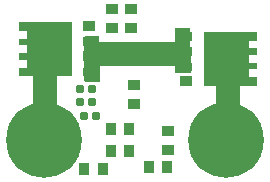
<source format=gbr>
%TF.GenerationSoftware,KiCad,Pcbnew,(6.0.1)*%
%TF.CreationDate,2022-07-18T10:30:43+08:00*%
%TF.ProjectId,HighSideSwitch,48696768-5369-4646-9553-77697463682e,rev?*%
%TF.SameCoordinates,Original*%
%TF.FileFunction,Soldermask,Top*%
%TF.FilePolarity,Negative*%
%FSLAX46Y46*%
G04 Gerber Fmt 4.6, Leading zero omitted, Abs format (unit mm)*
G04 Created by KiCad (PCBNEW (6.0.1)) date 2022-07-18 10:30:43*
%MOMM*%
%LPD*%
G01*
G04 APERTURE LIST*
G04 Aperture macros list*
%AMRoundRect*
0 Rectangle with rounded corners*
0 $1 Rounding radius*
0 $2 $3 $4 $5 $6 $7 $8 $9 X,Y pos of 4 corners*
0 Add a 4 corners polygon primitive as box body*
4,1,4,$2,$3,$4,$5,$6,$7,$8,$9,$2,$3,0*
0 Add four circle primitives for the rounded corners*
1,1,$1+$1,$2,$3*
1,1,$1+$1,$4,$5*
1,1,$1+$1,$6,$7*
1,1,$1+$1,$8,$9*
0 Add four rect primitives between the rounded corners*
20,1,$1+$1,$2,$3,$4,$5,0*
20,1,$1+$1,$4,$5,$6,$7,0*
20,1,$1+$1,$6,$7,$8,$9,0*
20,1,$1+$1,$8,$9,$2,$3,0*%
G04 Aperture macros list end*
%ADD10C,2.000000*%
%ADD11C,0.100000*%
%ADD12RoundRect,0.090000X-0.460000X-0.360000X0.460000X-0.360000X0.460000X0.360000X-0.460000X0.360000X0*%
%ADD13RoundRect,0.075000X0.225000X-0.275000X0.225000X0.275000X-0.225000X0.275000X-0.225000X-0.275000X0*%
%ADD14RoundRect,0.090000X0.360000X-0.460000X0.360000X0.460000X-0.360000X0.460000X-0.360000X-0.460000X0*%
%ADD15RoundRect,0.090000X-0.360000X0.460000X-0.360000X-0.460000X0.360000X-0.460000X0.360000X0.460000X0*%
%ADD16RoundRect,0.050000X0.475000X-0.350000X0.475000X0.350000X-0.475000X0.350000X-0.475000X-0.350000X0*%
%ADD17RoundRect,0.090000X0.460000X0.360000X-0.460000X0.360000X-0.460000X-0.360000X0.460000X-0.360000X0*%
%ADD18RoundRect,0.075000X-0.225000X0.275000X-0.225000X-0.275000X0.225000X-0.275000X0.225000X0.275000X0*%
%ADD19C,6.400000*%
%ADD20C,0.800000*%
%ADD21RoundRect,0.050000X-0.475000X0.350000X-0.475000X-0.350000X0.475000X-0.350000X0.475000X0.350000X0*%
G04 APERTURE END LIST*
D10*
X195117200Y-85801200D02*
X195117200Y-90627200D01*
X179572400Y-85013800D02*
X179572400Y-89839800D01*
X183814200Y-84048600D02*
X190900800Y-84074000D01*
D11*
%TO.C,Q2*%
X182838400Y-85866800D02*
X183788400Y-85866800D01*
X183788400Y-85866800D02*
X183788400Y-85216800D01*
X183788400Y-85216800D02*
X182838400Y-85216800D01*
X182838400Y-85216800D02*
X182838400Y-85866800D01*
G36*
X182838400Y-85866800D02*
G01*
X183788400Y-85866800D01*
X183788400Y-85216800D01*
X182838400Y-85216800D01*
X182838400Y-85866800D01*
G37*
X182838400Y-83266800D02*
X183788400Y-83266800D01*
X183788400Y-83266800D02*
X183788400Y-82616800D01*
X183788400Y-82616800D02*
X182838400Y-82616800D01*
X182838400Y-82616800D02*
X182838400Y-83266800D01*
G36*
X182838400Y-83266800D02*
G01*
X183788400Y-83266800D01*
X183788400Y-82616800D01*
X182838400Y-82616800D01*
X182838400Y-83266800D01*
G37*
X182838400Y-84566800D02*
X183788400Y-84566800D01*
X183788400Y-84566800D02*
X183788400Y-83916800D01*
X183788400Y-83916800D02*
X182838400Y-83916800D01*
X182838400Y-83916800D02*
X182838400Y-84566800D01*
G36*
X182838400Y-84566800D02*
G01*
X183788400Y-84566800D01*
X183788400Y-83916800D01*
X182838400Y-83916800D01*
X182838400Y-84566800D01*
G37*
X178063400Y-85216800D02*
X178063400Y-84491800D01*
X178063400Y-84491800D02*
X177388400Y-84491800D01*
X177388400Y-84491800D02*
X177388400Y-83991800D01*
X177388400Y-83991800D02*
X178063400Y-83991800D01*
X178063400Y-83991800D02*
X178063400Y-83241800D01*
X178063400Y-83241800D02*
X177388400Y-83241800D01*
X177388400Y-83241800D02*
X177388400Y-82791800D01*
X177388400Y-82791800D02*
X178063400Y-82791800D01*
X178063400Y-82791800D02*
X178063400Y-82066800D01*
X178063400Y-82066800D02*
X177388400Y-82066800D01*
X177388400Y-82066800D02*
X177388400Y-81366800D01*
X177388400Y-81366800D02*
X181788400Y-81366800D01*
X181788400Y-81366800D02*
X181788400Y-85866800D01*
X181788400Y-85866800D02*
X177388400Y-85866800D01*
X177388400Y-85866800D02*
X177388400Y-85216800D01*
X177388400Y-85216800D02*
X178063400Y-85216800D01*
G36*
X181788400Y-85866800D02*
G01*
X177388400Y-85866800D01*
X177388400Y-85216800D01*
X178063400Y-85216800D01*
X178063400Y-84491800D01*
X177388400Y-84491800D01*
X177388400Y-83991800D01*
X178063400Y-83991800D01*
X178063400Y-83241800D01*
X177388400Y-83241800D01*
X177388400Y-82791800D01*
X178063400Y-82791800D01*
X178063400Y-82066800D01*
X177388400Y-82066800D01*
X177388400Y-81366800D01*
X181788400Y-81366800D01*
X181788400Y-85866800D01*
G37*
X181788400Y-85866800D02*
X177388400Y-85866800D01*
X177388400Y-85216800D01*
X178063400Y-85216800D01*
X178063400Y-84491800D01*
X177388400Y-84491800D01*
X177388400Y-83991800D01*
X178063400Y-83991800D01*
X178063400Y-83241800D01*
X177388400Y-83241800D01*
X177388400Y-82791800D01*
X178063400Y-82791800D01*
X178063400Y-82066800D01*
X177388400Y-82066800D01*
X177388400Y-81366800D01*
X181788400Y-81366800D01*
X181788400Y-85866800D01*
%TO.C,Q1*%
X191968800Y-84802800D02*
X191018800Y-84802800D01*
X191018800Y-84802800D02*
X191018800Y-85452800D01*
X191018800Y-85452800D02*
X191968800Y-85452800D01*
X191968800Y-85452800D02*
X191968800Y-84802800D01*
G36*
X191968800Y-84802800D02*
G01*
X191018800Y-84802800D01*
X191018800Y-85452800D01*
X191968800Y-85452800D01*
X191968800Y-84802800D01*
G37*
X191968800Y-82202800D02*
X191018800Y-82202800D01*
X191018800Y-82202800D02*
X191018800Y-82852800D01*
X191018800Y-82852800D02*
X191968800Y-82852800D01*
X191968800Y-82852800D02*
X191968800Y-82202800D01*
G36*
X191968800Y-82202800D02*
G01*
X191018800Y-82202800D01*
X191018800Y-82852800D01*
X191968800Y-82852800D01*
X191968800Y-82202800D01*
G37*
X191968800Y-83502800D02*
X191018800Y-83502800D01*
X191018800Y-83502800D02*
X191018800Y-84152800D01*
X191018800Y-84152800D02*
X191968800Y-84152800D01*
X191968800Y-84152800D02*
X191968800Y-83502800D01*
G36*
X191968800Y-83502800D02*
G01*
X191018800Y-83502800D01*
X191018800Y-84152800D01*
X191968800Y-84152800D01*
X191968800Y-83502800D01*
G37*
X196743800Y-82852800D02*
X196743800Y-83577800D01*
X196743800Y-83577800D02*
X197418800Y-83577800D01*
X197418800Y-83577800D02*
X197418800Y-84077800D01*
X197418800Y-84077800D02*
X196743800Y-84077800D01*
X196743800Y-84077800D02*
X196743800Y-84827800D01*
X196743800Y-84827800D02*
X197418800Y-84827800D01*
X197418800Y-84827800D02*
X197418800Y-85277800D01*
X197418800Y-85277800D02*
X196743800Y-85277800D01*
X196743800Y-85277800D02*
X196743800Y-86002800D01*
X196743800Y-86002800D02*
X197418800Y-86002800D01*
X197418800Y-86002800D02*
X197418800Y-86702800D01*
X197418800Y-86702800D02*
X193018800Y-86702800D01*
X193018800Y-86702800D02*
X193018800Y-82202800D01*
X193018800Y-82202800D02*
X197418800Y-82202800D01*
X197418800Y-82202800D02*
X197418800Y-82852800D01*
X197418800Y-82852800D02*
X196743800Y-82852800D01*
G36*
X197418800Y-82852800D02*
G01*
X196743800Y-82852800D01*
X196743800Y-83577800D01*
X197418800Y-83577800D01*
X197418800Y-84077800D01*
X196743800Y-84077800D01*
X196743800Y-84827800D01*
X197418800Y-84827800D01*
X197418800Y-85277800D01*
X196743800Y-85277800D01*
X196743800Y-86002800D01*
X197418800Y-86002800D01*
X197418800Y-86702800D01*
X193018800Y-86702800D01*
X193018800Y-82202800D01*
X197418800Y-82202800D01*
X197418800Y-82852800D01*
G37*
X197418800Y-82852800D02*
X196743800Y-82852800D01*
X196743800Y-83577800D01*
X197418800Y-83577800D01*
X197418800Y-84077800D01*
X196743800Y-84077800D01*
X196743800Y-84827800D01*
X197418800Y-84827800D01*
X197418800Y-85277800D01*
X196743800Y-85277800D01*
X196743800Y-86002800D01*
X197418800Y-86002800D01*
X197418800Y-86702800D01*
X193018800Y-86702800D01*
X193018800Y-82202800D01*
X197418800Y-82202800D01*
X197418800Y-82852800D01*
%TD*%
D12*
%TO.C,R9*%
X186836800Y-80276800D03*
X186836800Y-81876800D03*
%TD*%
D13*
%TO.C,R1*%
X182548800Y-87062800D03*
X183548800Y-87062800D03*
%TD*%
%TO.C,C1*%
X182548800Y-88172800D03*
X183548800Y-88172800D03*
%TD*%
D14*
%TO.C,D2*%
X188358800Y-93612800D03*
X189958800Y-93612800D03*
%TD*%
D15*
%TO.C,R5*%
X186738800Y-90452800D03*
X185138800Y-90452800D03*
%TD*%
D16*
%TO.C,Q2*%
X183313400Y-81716800D03*
%TD*%
D15*
%TO.C,R6*%
X186738800Y-92282800D03*
X185138800Y-92282800D03*
%TD*%
D17*
%TO.C,R11*%
X189986400Y-92189200D03*
X189986400Y-90589200D03*
%TD*%
D18*
%TO.C,R7*%
X183928800Y-89282800D03*
X182928800Y-89282800D03*
%TD*%
D19*
%TO.C,H2*%
X194927344Y-91338256D03*
D20*
X194927344Y-88938256D03*
X194927344Y-93738256D03*
X193230288Y-89641200D03*
X193230288Y-93035312D03*
X196624400Y-89641200D03*
X192527344Y-91338256D03*
X196624400Y-93035312D03*
X197327344Y-91338256D03*
%TD*%
D15*
%TO.C,R3*%
X184508800Y-93842800D03*
X182908800Y-93842800D03*
%TD*%
D21*
%TO.C,Q1*%
X191493800Y-86352800D03*
%TD*%
D17*
%TO.C,R8*%
X187141600Y-88328400D03*
X187141600Y-86728400D03*
%TD*%
D20*
%TO.C,H1*%
X181224400Y-93035312D03*
X181224400Y-89641200D03*
X179527344Y-93738256D03*
X179527344Y-88938256D03*
X177830288Y-89641200D03*
X177830288Y-93035312D03*
X181927344Y-91338256D03*
X177127344Y-91338256D03*
D19*
X179527344Y-91338256D03*
%TD*%
D12*
%TO.C,R10*%
X185278800Y-80272800D03*
X185278800Y-81872800D03*
%TD*%
G36*
X184127717Y-82568306D02*
G01*
X184146001Y-82610856D01*
X184244312Y-86346656D01*
X184227175Y-86391316D01*
X184181834Y-86410800D01*
X182987700Y-86410800D01*
X182943506Y-86392494D01*
X182925200Y-86348300D01*
X182925200Y-82612500D01*
X182943506Y-82568306D01*
X182987700Y-82550000D01*
X184083523Y-82550000D01*
X184127717Y-82568306D01*
G37*
G36*
X191814478Y-81854012D02*
G01*
X191832762Y-81896562D01*
X191931073Y-85632362D01*
X191913936Y-85677022D01*
X191868595Y-85696506D01*
X190674461Y-85696506D01*
X190630267Y-85678200D01*
X190611961Y-85634006D01*
X190611961Y-81898206D01*
X190630267Y-81854012D01*
X190674461Y-81835706D01*
X191770284Y-81835706D01*
X191814478Y-81854012D01*
G37*
M02*

</source>
